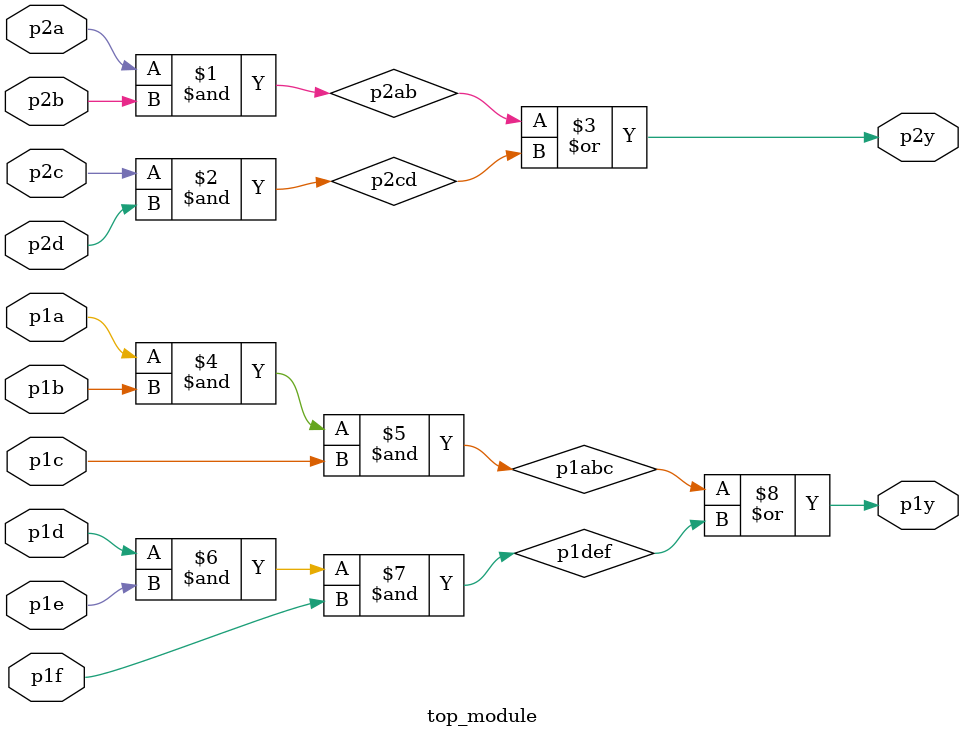
<source format=v>
module top_module ( 
    input p1a, p1b, p1c, p1d, p1e, p1f,
    output p1y,
    input p2a, p2b, p2c, p2d,
    output p2y );
	
    //declare temp wires for connections
    wire p2ab,p2cd,p1abc,p1def;
    //left side connections
    assign p2ab = p2a & p2b;
    assign p2cd = p2c & p2d;
    assign p2y = p2ab | p2cd;
    //right side connections
    assign p1abc = p1a & p1b & p1c;
    assign p1def = p1d & p1e & p1f;
    //final output connection
    assign p1y = p1abc | p1def;

endmodule
</source>
